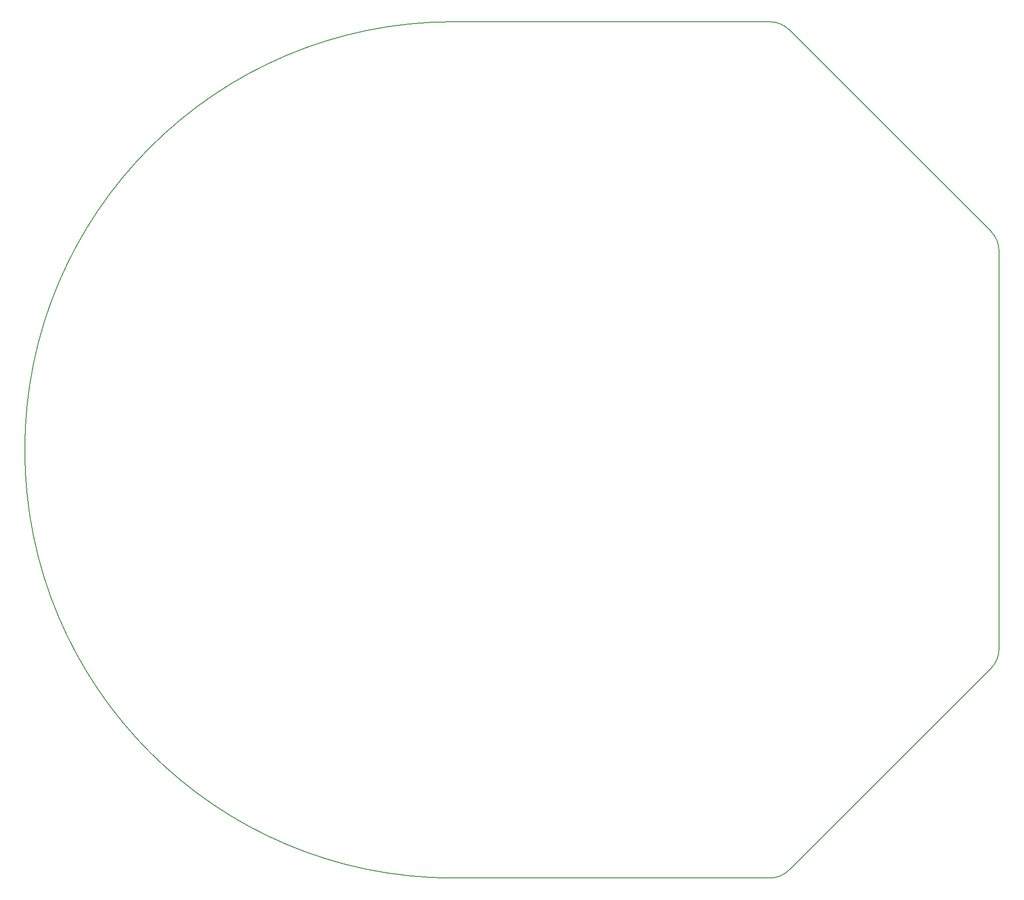
<source format=gm1>
G04 #@! TF.FileFunction,Profile,NP*
%FSLAX46Y46*%
G04 Gerber Fmt 4.6, Leading zero omitted, Abs format (unit mm)*
G04 Created by KiCad (PCBNEW 4.0.7) date Mon Jan 29 22:09:26 2018*
%MOMM*%
%LPD*%
G01*
G04 APERTURE LIST*
%ADD10C,0.100000*%
%ADD11C,0.200000*%
%ADD12C,0.150000*%
G04 APERTURE END LIST*
D10*
D11*
X248535534Y-59964466D02*
G75*
G02X250000000Y-63500000I-3535534J-3535534D01*
G01*
X248535534Y-140035534D02*
G75*
G03X250000000Y-136500000I-3535534J3535534D01*
G01*
X211535534Y-177035534D02*
G75*
G02X208000000Y-178500000I-3535534J3535534D01*
G01*
X211535534Y-22964466D02*
G75*
G03X208000000Y-21500000I-3535534J-3535534D01*
G01*
X211540000Y-177030000D02*
X248530000Y-140040000D01*
X211535534Y-22964466D02*
X248540000Y-59970000D01*
D12*
X250000000Y-63500000D02*
X250000000Y-136500000D01*
X150000000Y-178500000D02*
X208000000Y-178500000D01*
D11*
X150000000Y-21500000D02*
X208000000Y-21500000D01*
D12*
X150000000Y-21500000D02*
G75*
G03X150000000Y-178500000I0J-78500000D01*
G01*
M02*

</source>
